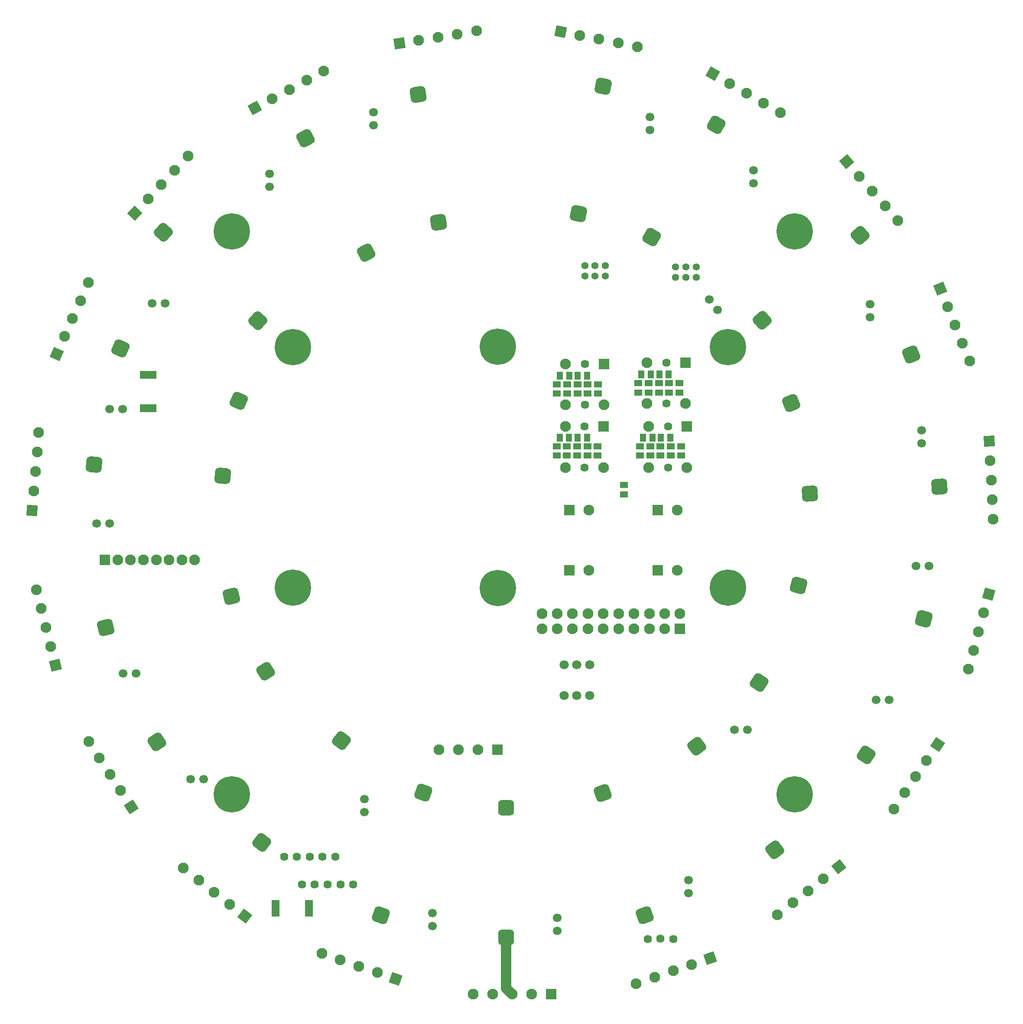
<source format=gts>
G04*
G04 #@! TF.GenerationSoftware,Altium Limited,Altium Designer,23.11.1 (41)*
G04*
G04 Layer_Color=8388736*
%FSLAX43Y43*%
%MOMM*%
G71*
G04*
G04 #@! TF.SameCoordinates,128D2ADB-0047-4A34-82FD-57E8471D3911*
G04*
G04*
G04 #@! TF.FilePolarity,Negative*
G04*
G01*
G75*
%ADD14R,1.150X1.600*%
%ADD15R,1.500X1.150*%
%ADD16R,1.600X1.150*%
%ADD17R,1.600X3.300*%
%ADD18R,3.300X1.600*%
%ADD19C,2.000*%
G04:AMPARAMS|DCode=20|XSize=3.1mm|YSize=3.1mm|CornerRadius=0.8mm|HoleSize=0mm|Usage=FLASHONLY|Rotation=202.000|XOffset=0mm|YOffset=0mm|HoleType=Round|Shape=RoundedRectangle|*
%AMROUNDEDRECTD20*
21,1,3.100,1.500,0,0,202.0*
21,1,1.500,3.100,0,0,202.0*
1,1,1.600,-0.976,0.414*
1,1,1.600,0.414,0.976*
1,1,1.600,0.976,-0.414*
1,1,1.600,-0.414,-0.976*
%
%ADD20ROUNDEDRECTD20*%
%ADD21C,1.700*%
%ADD22C,7.100*%
%ADD23C,0.100*%
%ADD24C,2.100*%
%ADD25R,2.100X2.100*%
%ADD26P,2.970X4X244.0*%
G04:AMPARAMS|DCode=27|XSize=3.1mm|YSize=3.1mm|CornerRadius=0.8mm|HoleSize=0mm|Usage=FLASHONLY|Rotation=14.000|XOffset=0mm|YOffset=0mm|HoleType=Round|Shape=RoundedRectangle|*
%AMROUNDEDRECTD27*
21,1,3.100,1.500,0,0,14.0*
21,1,1.500,3.100,0,0,14.0*
1,1,1.600,0.909,-0.546*
1,1,1.600,-0.546,-0.909*
1,1,1.600,-0.909,0.546*
1,1,1.600,0.546,0.909*
%
%ADD27ROUNDEDRECTD27*%
%ADD28C,1.400*%
%ADD29C,1.624*%
G04:AMPARAMS|DCode=30|XSize=3.1mm|YSize=3.1mm|CornerRadius=0.8mm|HoleSize=0mm|Usage=FLASHONLY|Rotation=109.000|XOffset=0mm|YOffset=0mm|HoleType=Round|Shape=RoundedRectangle|*
%AMROUNDEDRECTD30*
21,1,3.100,1.500,0,0,109.0*
21,1,1.500,3.100,0,0,109.0*
1,1,1.600,0.465,0.953*
1,1,1.600,0.953,-0.465*
1,1,1.600,-0.465,-0.953*
1,1,1.600,-0.953,0.465*
%
%ADD30ROUNDEDRECTD30*%
G04:AMPARAMS|DCode=31|XSize=3.1mm|YSize=3.1mm|CornerRadius=0.8mm|HoleSize=0mm|Usage=FLASHONLY|Rotation=298.000|XOffset=0mm|YOffset=0mm|HoleType=Round|Shape=RoundedRectangle|*
%AMROUNDEDRECTD31*
21,1,3.100,1.500,0,0,298.0*
21,1,1.500,3.100,0,0,298.0*
1,1,1.600,-0.310,-1.014*
1,1,1.600,-1.014,0.310*
1,1,1.600,0.310,1.014*
1,1,1.600,1.014,-0.310*
%
%ADD31ROUNDEDRECTD31*%
%ADD32C,1.800*%
%ADD33P,2.970X4X206.0*%
%ADD34P,2.970X4X281.0*%
%ADD35P,2.970X4X375.0*%
%ADD36P,2.970X4X73.0*%
%ADD37P,2.970X4X92.0*%
G04:AMPARAMS|DCode=38|XSize=3.1mm|YSize=3.1mm|CornerRadius=0.8mm|HoleSize=0mm|Usage=FLASHONLY|Rotation=52.000|XOffset=0mm|YOffset=0mm|HoleType=Round|Shape=RoundedRectangle|*
%AMROUNDEDRECTD38*
21,1,3.100,1.500,0,0,52.0*
21,1,1.500,3.100,0,0,52.0*
1,1,1.600,1.053,0.129*
1,1,1.600,0.129,-1.053*
1,1,1.600,-1.053,-0.129*
1,1,1.600,-0.129,1.053*
%
%ADD38ROUNDEDRECTD38*%
G04:AMPARAMS|DCode=39|XSize=3.1mm|YSize=3.1mm|CornerRadius=0.8mm|HoleSize=0mm|Usage=FLASHONLY|Rotation=90.000|XOffset=0mm|YOffset=0mm|HoleType=Round|Shape=RoundedRectangle|*
%AMROUNDEDRECTD39*
21,1,3.100,1.500,0,0,90.0*
21,1,1.500,3.100,0,0,90.0*
1,1,1.600,0.750,0.750*
1,1,1.600,0.750,-0.750*
1,1,1.600,-0.750,-0.750*
1,1,1.600,-0.750,0.750*
%
%ADD39ROUNDEDRECTD39*%
G04:AMPARAMS|DCode=40|XSize=3.1mm|YSize=3.1mm|CornerRadius=0.8mm|HoleSize=0mm|Usage=FLASHONLY|Rotation=33.000|XOffset=0mm|YOffset=0mm|HoleType=Round|Shape=RoundedRectangle|*
%AMROUNDEDRECTD40*
21,1,3.100,1.500,0,0,33.0*
21,1,1.500,3.100,0,0,33.0*
1,1,1.600,1.037,-0.221*
1,1,1.600,-0.221,-1.037*
1,1,1.600,-1.037,0.221*
1,1,1.600,0.221,1.037*
%
%ADD40ROUNDEDRECTD40*%
G04:AMPARAMS|DCode=41|XSize=3.1mm|YSize=3.1mm|CornerRadius=0.8mm|HoleSize=0mm|Usage=FLASHONLY|Rotation=355.000|XOffset=0mm|YOffset=0mm|HoleType=Round|Shape=RoundedRectangle|*
%AMROUNDEDRECTD41*
21,1,3.100,1.500,0,0,355.0*
21,1,1.500,3.100,0,0,355.0*
1,1,1.600,0.682,-0.813*
1,1,1.600,-0.813,-0.682*
1,1,1.600,-0.682,0.813*
1,1,1.600,0.813,0.682*
%
%ADD41ROUNDEDRECTD41*%
G04:AMPARAMS|DCode=42|XSize=3.1mm|YSize=3.1mm|CornerRadius=0.8mm|HoleSize=0mm|Usage=FLASHONLY|Rotation=259.000|XOffset=0mm|YOffset=0mm|HoleType=Round|Shape=RoundedRectangle|*
%AMROUNDEDRECTD42*
21,1,3.100,1.500,0,0,259.0*
21,1,1.500,3.100,0,0,259.0*
1,1,1.600,-0.879,-0.593*
1,1,1.600,-0.593,0.879*
1,1,1.600,0.879,0.593*
1,1,1.600,0.593,-0.879*
%
%ADD42ROUNDEDRECTD42*%
G04:AMPARAMS|DCode=43|XSize=3.1mm|YSize=3.1mm|CornerRadius=0.8mm|HoleSize=0mm|Usage=FLASHONLY|Rotation=240.000|XOffset=0mm|YOffset=0mm|HoleType=Round|Shape=RoundedRectangle|*
%AMROUNDEDRECTD43*
21,1,3.100,1.500,0,0,240.0*
21,1,1.500,3.100,0,0,240.0*
1,1,1.600,-1.025,-0.275*
1,1,1.600,-0.275,1.025*
1,1,1.600,1.025,0.275*
1,1,1.600,0.275,-1.025*
%
%ADD43ROUNDEDRECTD43*%
G04:AMPARAMS|DCode=44|XSize=3.1mm|YSize=3.1mm|CornerRadius=0.8mm|HoleSize=0mm|Usage=FLASHONLY|Rotation=221.000|XOffset=0mm|YOffset=0mm|HoleType=Round|Shape=RoundedRectangle|*
%AMROUNDEDRECTD44*
21,1,3.100,1.500,0,0,221.0*
21,1,1.500,3.100,0,0,221.0*
1,1,1.600,-1.058,0.074*
1,1,1.600,0.074,1.058*
1,1,1.600,1.058,-0.074*
1,1,1.600,-0.074,-1.058*
%
%ADD44ROUNDEDRECTD44*%
G04:AMPARAMS|DCode=45|XSize=3.1mm|YSize=3.1mm|CornerRadius=0.8mm|HoleSize=0mm|Usage=FLASHONLY|Rotation=183.000|XOffset=0mm|YOffset=0mm|HoleType=Round|Shape=RoundedRectangle|*
%AMROUNDEDRECTD45*
21,1,3.100,1.500,0,0,183.0*
21,1,1.500,3.100,0,0,183.0*
1,1,1.600,-0.788,0.710*
1,1,1.600,0.710,0.788*
1,1,1.600,0.788,-0.710*
1,1,1.600,-0.710,-0.788*
%
%ADD45ROUNDEDRECTD45*%
G04:AMPARAMS|DCode=46|XSize=3.1mm|YSize=3.1mm|CornerRadius=0.8mm|HoleSize=0mm|Usage=FLASHONLY|Rotation=165.000|XOffset=0mm|YOffset=0mm|HoleType=Round|Shape=RoundedRectangle|*
%AMROUNDEDRECTD46*
21,1,3.100,1.500,0,0,165.0*
21,1,1.500,3.100,0,0,165.0*
1,1,1.600,-0.530,0.919*
1,1,1.600,0.919,0.530*
1,1,1.600,0.530,-0.919*
1,1,1.600,-0.919,-0.530*
%
%ADD46ROUNDEDRECTD46*%
G04:AMPARAMS|DCode=47|XSize=3.1mm|YSize=3.1mm|CornerRadius=0.8mm|HoleSize=0mm|Usage=FLASHONLY|Rotation=146.000|XOffset=0mm|YOffset=0mm|HoleType=Round|Shape=RoundedRectangle|*
%AMROUNDEDRECTD47*
21,1,3.100,1.500,0,0,146.0*
21,1,1.500,3.100,0,0,146.0*
1,1,1.600,-0.202,1.041*
1,1,1.600,1.041,0.202*
1,1,1.600,0.202,-1.041*
1,1,1.600,-1.041,-0.202*
%
%ADD47ROUNDEDRECTD47*%
G04:AMPARAMS|DCode=48|XSize=3.1mm|YSize=3.1mm|CornerRadius=0.8mm|HoleSize=0mm|Usage=FLASHONLY|Rotation=127.000|XOffset=0mm|YOffset=0mm|HoleType=Round|Shape=RoundedRectangle|*
%AMROUNDEDRECTD48*
21,1,3.100,1.500,0,0,127.0*
21,1,1.500,3.100,0,0,127.0*
1,1,1.600,0.148,1.050*
1,1,1.600,1.050,-0.148*
1,1,1.600,-0.148,-1.050*
1,1,1.600,-1.050,0.148*
%
%ADD48ROUNDEDRECTD48*%
G04:AMPARAMS|DCode=49|XSize=3.1mm|YSize=3.1mm|CornerRadius=0.8mm|HoleSize=0mm|Usage=FLASHONLY|Rotation=71.000|XOffset=0mm|YOffset=0mm|HoleType=Round|Shape=RoundedRectangle|*
%AMROUNDEDRECTD49*
21,1,3.100,1.500,0,0,71.0*
21,1,1.500,3.100,0,0,71.0*
1,1,1.600,0.953,0.465*
1,1,1.600,0.465,-0.953*
1,1,1.600,-0.953,-0.465*
1,1,1.600,-0.465,0.953*
%
%ADD49ROUNDEDRECTD49*%
%ADD50P,2.970X4X130.0*%
%ADD51P,2.970X4X149.0*%
%ADD52P,2.970X4X168.0*%
%ADD53P,2.970X4X187.0*%
G04:AMPARAMS|DCode=54|XSize=3.1mm|YSize=3.1mm|CornerRadius=0.8mm|HoleSize=0mm|Usage=FLASHONLY|Rotation=279.000|XOffset=0mm|YOffset=0mm|HoleType=Round|Shape=RoundedRectangle|*
%AMROUNDEDRECTD54*
21,1,3.100,1.500,0,0,279.0*
21,1,1.500,3.100,0,0,279.0*
1,1,1.600,-0.623,-0.858*
1,1,1.600,-0.858,0.623*
1,1,1.600,0.623,0.858*
1,1,1.600,0.858,-0.623*
%
%ADD54ROUNDEDRECTD54*%
G04:AMPARAMS|DCode=55|XSize=3.1mm|YSize=3.1mm|CornerRadius=0.8mm|HoleSize=0mm|Usage=FLASHONLY|Rotation=336.000|XOffset=0mm|YOffset=0mm|HoleType=Round|Shape=RoundedRectangle|*
%AMROUNDEDRECTD55*
21,1,3.100,1.500,0,0,336.0*
21,1,1.500,3.100,0,0,336.0*
1,1,1.600,0.380,-0.990*
1,1,1.600,-0.990,-0.380*
1,1,1.600,-0.380,0.990*
1,1,1.600,0.990,0.380*
%
%ADD55ROUNDEDRECTD55*%
G04:AMPARAMS|DCode=56|XSize=3.1mm|YSize=3.1mm|CornerRadius=0.8mm|HoleSize=0mm|Usage=FLASHONLY|Rotation=317.000|XOffset=0mm|YOffset=0mm|HoleType=Round|Shape=RoundedRectangle|*
%AMROUNDEDRECTD56*
21,1,3.100,1.500,0,0,317.0*
21,1,1.500,3.100,0,0,317.0*
1,1,1.600,0.037,-1.060*
1,1,1.600,-1.060,-0.037*
1,1,1.600,-0.037,1.060*
1,1,1.600,1.060,0.037*
%
%ADD56ROUNDEDRECTD56*%
%ADD57P,2.970X4X263.0*%
%ADD58P,2.970X4X300.0*%
%ADD59P,2.970X4X318.0*%
%ADD60P,2.970X4X337.0*%
%ADD61P,2.970X4X356.0*%
%ADD62P,2.970X4X394.0*%
%ADD63P,2.970X4X54.0*%
%ADD64P,2.970X4X111.0*%
D14*
X12575Y14650D02*
D03*
X14425D02*
D03*
X25352Y14650D02*
D03*
X27202D02*
D03*
X28852Y14650D02*
D03*
X30702D02*
D03*
X9075Y14650D02*
D03*
X10925D02*
D03*
X9121Y26756D02*
D03*
X10971D02*
D03*
X12621D02*
D03*
X14471D02*
D03*
X25047Y26982D02*
D03*
X26897D02*
D03*
X28547D02*
D03*
X30397D02*
D03*
D15*
X28777Y13000D02*
D03*
Y11150D02*
D03*
X12500Y13000D02*
D03*
Y11150D02*
D03*
X12546Y25106D02*
D03*
Y23256D02*
D03*
X28472Y25332D02*
D03*
Y23482D02*
D03*
D16*
X26777Y13000D02*
D03*
Y11150D02*
D03*
X32777D02*
D03*
Y13000D02*
D03*
X24777D02*
D03*
Y11150D02*
D03*
X30777Y13000D02*
D03*
Y11150D02*
D03*
X16500D02*
D03*
Y13000D02*
D03*
X14500D02*
D03*
Y11150D02*
D03*
X10500Y13000D02*
D03*
Y11150D02*
D03*
X8500Y13000D02*
D03*
Y11150D02*
D03*
X10546Y25106D02*
D03*
Y23256D02*
D03*
X16546D02*
D03*
Y25106D02*
D03*
X14546D02*
D03*
Y23256D02*
D03*
X8546Y25106D02*
D03*
Y23256D02*
D03*
X26472Y25332D02*
D03*
Y23482D02*
D03*
X32472D02*
D03*
Y25332D02*
D03*
X30472D02*
D03*
Y23482D02*
D03*
X24472Y25332D02*
D03*
Y23482D02*
D03*
X21600Y5425D02*
D03*
Y3575D02*
D03*
D17*
X-39903Y-77294D02*
D03*
X-46403D02*
D03*
D18*
X-71316Y26912D02*
D03*
Y20412D02*
D03*
D19*
X-1422Y-82931D02*
X-1361Y-82992D01*
Y-92949D02*
Y-82992D01*
Y-92949D02*
X-229Y-94082D01*
D20*
X77759Y30913D02*
D03*
X54301Y21435D02*
D03*
D21*
X69723Y40716D02*
D03*
Y38176D02*
D03*
X-27305Y78232D02*
D03*
Y75692D02*
D03*
X-47650Y66243D02*
D03*
Y63703D02*
D03*
X-70554Y40901D02*
D03*
X-68014D02*
D03*
X-78841Y20217D02*
D03*
X-76301D02*
D03*
X-81381Y-2134D02*
D03*
X-78841D02*
D03*
X-15773Y-80772D02*
D03*
Y-78232D02*
D03*
X34265Y-74321D02*
D03*
Y-71781D02*
D03*
X26728Y77325D02*
D03*
Y74785D02*
D03*
X46921Y64320D02*
D03*
Y66860D02*
D03*
X38323Y41664D02*
D03*
X39887Y39662D02*
D03*
X79807Y13563D02*
D03*
Y16103D02*
D03*
X78664Y-10363D02*
D03*
X81204D02*
D03*
X70917Y-36576D02*
D03*
X73457D02*
D03*
X43231Y-42393D02*
D03*
X45771D02*
D03*
X-29101Y-55924D02*
D03*
Y-58464D02*
D03*
X8560Y-79172D02*
D03*
Y-81712D02*
D03*
X-60528Y-52045D02*
D03*
X-63068D02*
D03*
X-73736Y-31369D02*
D03*
X-76276D02*
D03*
D22*
X-3000Y-14700D02*
D03*
X55000Y-55000D02*
D03*
Y55000D02*
D03*
X-55000D02*
D03*
X-3000Y32400D02*
D03*
X-55000Y-55000D02*
D03*
X-43060Y-14630D02*
D03*
X41940D02*
D03*
X-43060Y32370D02*
D03*
X41940D02*
D03*
D23*
X2313Y-18700D02*
D03*
X35963D02*
D03*
D24*
X32600Y-19700D02*
D03*
X29600D02*
D03*
X26600D02*
D03*
X23600D02*
D03*
X20600D02*
D03*
X17600D02*
D03*
X14600D02*
D03*
X11600D02*
D03*
X8600D02*
D03*
X5600D02*
D03*
Y-22700D02*
D03*
X8600D02*
D03*
X11600D02*
D03*
X14600D02*
D03*
X17600D02*
D03*
X20600D02*
D03*
X23600D02*
D03*
X26600D02*
D03*
X29600D02*
D03*
X27648Y-90740D02*
D03*
X31250Y-89500D02*
D03*
X34852Y-88260D02*
D03*
X24045Y-91981D02*
D03*
X17675Y8830D02*
D03*
X10175D02*
D03*
Y16830D02*
D03*
X33940Y8830D02*
D03*
X26440D02*
D03*
Y16830D02*
D03*
X17721Y21086D02*
D03*
X10221D02*
D03*
Y29086D02*
D03*
X33647Y21312D02*
D03*
X26147D02*
D03*
Y29312D02*
D03*
X-37384Y-86136D02*
D03*
X-26577Y-89857D02*
D03*
X-30180Y-88616D02*
D03*
X-33782Y-87376D02*
D03*
X-7849Y-94082D02*
D03*
X3581D02*
D03*
X-229D02*
D03*
X-4039D02*
D03*
X74377Y-57879D02*
D03*
X80769Y-48403D02*
D03*
X78638Y-51562D02*
D03*
X76508Y-54721D02*
D03*
X52192Y78156D02*
D03*
X42293Y83871D02*
D03*
X45593Y81966D02*
D03*
X48893Y80061D02*
D03*
X-40375Y84466D02*
D03*
X-43739Y82677D02*
D03*
X-47103Y80888D02*
D03*
X-37011Y86254D02*
D03*
X14810Y-11250D02*
D03*
Y522D02*
D03*
X32060Y-11250D02*
D03*
Y522D02*
D03*
X-63558Y69672D02*
D03*
X-71354Y61313D02*
D03*
X-68755Y64099D02*
D03*
X-66157Y66886D02*
D03*
X-92708Y15657D02*
D03*
X-93704Y4271D02*
D03*
X-93372Y8066D02*
D03*
X-93040Y11862D02*
D03*
X-93164Y-15046D02*
D03*
X-90399Y-26137D02*
D03*
X-91320Y-22440D02*
D03*
X-92242Y-18743D02*
D03*
X-82965Y-44705D02*
D03*
X-76740Y-54291D02*
D03*
X-78815Y-51095D02*
D03*
X-80890Y-47900D02*
D03*
X-64425Y-69451D02*
D03*
X-55418Y-76488D02*
D03*
X-58420Y-74143D02*
D03*
X-61422Y-71797D02*
D03*
X-6890Y-46300D02*
D03*
X-10700D02*
D03*
X-14510D02*
D03*
X51619Y-78559D02*
D03*
X60626Y-71522D02*
D03*
X57624Y-73867D02*
D03*
X54621Y-76213D02*
D03*
X88943Y-30597D02*
D03*
X91901Y-19556D02*
D03*
X90915Y-23236D02*
D03*
X89929Y-26916D02*
D03*
X93794Y-1262D02*
D03*
X93196Y10152D02*
D03*
X93395Y6348D02*
D03*
X93595Y2543D02*
D03*
X89164Y29612D02*
D03*
X84882Y40210D02*
D03*
X86309Y36678D02*
D03*
X87736Y33145D02*
D03*
X75154Y57063D02*
D03*
X67655Y65690D02*
D03*
X70155Y62814D02*
D03*
X72654Y59939D02*
D03*
X24247Y91060D02*
D03*
X13027Y93241D02*
D03*
X16767Y92514D02*
D03*
X20507Y91787D02*
D03*
X-7177Y94117D02*
D03*
X-18466Y92329D02*
D03*
X-14703Y92925D02*
D03*
X-10940Y93521D02*
D03*
X-83007Y44933D02*
D03*
X-87656Y34492D02*
D03*
X-86106Y37972D02*
D03*
X-84557Y41453D02*
D03*
X-62256Y-9195D02*
D03*
X-67256D02*
D03*
X-64756D02*
D03*
X-72256D02*
D03*
X-74756D02*
D03*
X-77256D02*
D03*
X-69756D02*
D03*
D25*
X32600Y-22700D02*
D03*
X17675Y16830D02*
D03*
X33940D02*
D03*
X17721Y29086D02*
D03*
X33647Y29312D02*
D03*
X7391Y-94082D02*
D03*
X11000Y-11250D02*
D03*
Y522D02*
D03*
X28250Y-11250D02*
D03*
Y522D02*
D03*
X-3080Y-46300D02*
D03*
X-79756Y-9195D02*
D03*
D26*
X38455Y-87019D02*
D03*
D27*
X-55093Y-16319D02*
D03*
X-79641Y-22440D02*
D03*
D28*
X33750Y46000D02*
D03*
X35750D02*
D03*
X31750D02*
D03*
Y48000D02*
D03*
X35750D02*
D03*
X33750D02*
D03*
X16000Y48250D02*
D03*
X18000D02*
D03*
X14000D02*
D03*
Y46250D02*
D03*
X18000D02*
D03*
X16000D02*
D03*
D29*
X31280Y-83280D02*
D03*
X28780Y-83260D02*
D03*
X26280Y-83280D02*
D03*
X13975Y16830D02*
D03*
Y8830D02*
D03*
X30240Y16830D02*
D03*
Y8830D02*
D03*
X14021Y29086D02*
D03*
Y21086D02*
D03*
X29947Y29312D02*
D03*
Y21312D02*
D03*
X-31275Y-72630D02*
D03*
X-33775D02*
D03*
X-36275D02*
D03*
X-38775D02*
D03*
X-41275Y-72630D02*
D03*
X-44750Y-67250D02*
D03*
X-42250Y-67250D02*
D03*
X-39750D02*
D03*
X-37250D02*
D03*
X-34750D02*
D03*
D30*
X25687Y-78659D02*
D03*
X17450Y-54737D02*
D03*
D31*
X-28717Y50814D02*
D03*
X-40595Y73152D02*
D03*
D32*
X14924Y-35678D02*
D03*
X12424D02*
D03*
X9924D02*
D03*
Y-29678D02*
D03*
X12424D02*
D03*
X14924D02*
D03*
D33*
X-22975Y-91097D02*
D03*
D34*
X82899Y-45245D02*
D03*
D35*
X38994Y85776D02*
D03*
D36*
X-50467Y79100D02*
D03*
D37*
X-73952Y58526D02*
D03*
D38*
X-33599Y-44522D02*
D03*
X-49175Y-64459D02*
D03*
D39*
X-1422Y-57631D02*
D03*
X-1422Y-82931D02*
D03*
D40*
X-48393Y-30988D02*
D03*
X-69611Y-44768D02*
D03*
D41*
X-56743Y7217D02*
D03*
X-81947Y9422D02*
D03*
D42*
X12719Y58452D02*
D03*
X17546Y83287D02*
D03*
D43*
X27049Y53849D02*
D03*
X39699Y75759D02*
D03*
D44*
X48670Y37626D02*
D03*
X67764Y54224D02*
D03*
D45*
X57983Y3770D02*
D03*
X83249Y5094D02*
D03*
D46*
X55771Y-14211D02*
D03*
X80209Y-20759D02*
D03*
D47*
X48036Y-33173D02*
D03*
X69010Y-47320D02*
D03*
D48*
X35850Y-45630D02*
D03*
X51076Y-65835D02*
D03*
D49*
X-17594Y-54725D02*
D03*
X-25831Y-78647D02*
D03*
D50*
X-94036Y475D02*
D03*
D51*
X-89477Y-29833D02*
D03*
D52*
X-74665Y-57486D02*
D03*
D53*
X-52415Y-78834D02*
D03*
D54*
X-18595Y81743D02*
D03*
X-14637Y56755D02*
D03*
D55*
X-76773Y32139D02*
D03*
X-53661Y21849D02*
D03*
D56*
X-68403Y54755D02*
D03*
X-49900Y37500D02*
D03*
D57*
X63628Y-69176D02*
D03*
D58*
X92888Y-15876D02*
D03*
D59*
X92996Y13957D02*
D03*
D60*
X83455Y43743D02*
D03*
D61*
X65156Y68565D02*
D03*
D62*
X9287Y93968D02*
D03*
D63*
X-22229Y91733D02*
D03*
D64*
X-89206Y31011D02*
D03*
M02*

</source>
